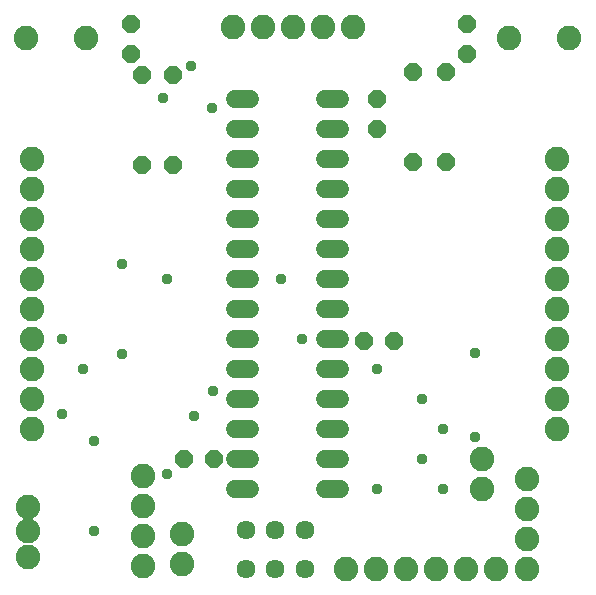
<source format=gbr>
G04 EAGLE Gerber RS-274X export*
G75*
%MOMM*%
%FSLAX34Y34*%
%LPD*%
%INSoldermask Top*%
%IPPOS*%
%AMOC8*
5,1,8,0,0,1.08239X$1,22.5*%
G01*
%ADD10P,1.649562X8X292.500000*%
%ADD11P,1.649562X8X22.500000*%
%ADD12P,1.649562X8X202.500000*%
%ADD13P,1.649562X8X112.500000*%
%ADD14C,1.524000*%
%ADD15C,2.082800*%
%ADD16C,1.611200*%
%ADD17C,0.959600*%


D10*
X317500Y419100D03*
X317500Y393700D03*
D11*
X306070Y214630D03*
X331470Y214630D03*
D12*
X179070Y114300D03*
X153670Y114300D03*
D10*
X393700Y482600D03*
X393700Y457200D03*
X109220Y482600D03*
X109220Y457200D03*
D13*
X347980Y365760D03*
X347980Y441960D03*
X144780Y363220D03*
X144780Y439420D03*
D10*
X375920Y441960D03*
X375920Y365760D03*
X118110Y439420D03*
X118110Y363220D03*
D14*
X196596Y419100D02*
X209804Y419100D01*
X209804Y393700D02*
X196596Y393700D01*
X196596Y368300D02*
X209804Y368300D01*
X209804Y342900D02*
X196596Y342900D01*
X196596Y317500D02*
X209804Y317500D01*
X209804Y292100D02*
X196596Y292100D01*
X196596Y266700D02*
X209804Y266700D01*
X209804Y241300D02*
X196596Y241300D01*
X196596Y215900D02*
X209804Y215900D01*
X209804Y190500D02*
X196596Y190500D01*
X196596Y165100D02*
X209804Y165100D01*
X209804Y139700D02*
X196596Y139700D01*
X196596Y114300D02*
X209804Y114300D01*
X209804Y88900D02*
X196596Y88900D01*
X272796Y88900D02*
X286004Y88900D01*
X286004Y114300D02*
X272796Y114300D01*
X272796Y139700D02*
X286004Y139700D01*
X286004Y165100D02*
X272796Y165100D01*
X272796Y190500D02*
X286004Y190500D01*
X286004Y215900D02*
X272796Y215900D01*
X272796Y241300D02*
X286004Y241300D01*
X286004Y266700D02*
X272796Y266700D01*
X272796Y292100D02*
X286004Y292100D01*
X286004Y317500D02*
X272796Y317500D01*
X272796Y342900D02*
X286004Y342900D01*
X286004Y368300D02*
X272796Y368300D01*
X272796Y393700D02*
X286004Y393700D01*
X286004Y419100D02*
X272796Y419100D01*
D15*
X406400Y114300D03*
X406400Y88900D03*
X469900Y368300D03*
X469900Y342900D03*
X469900Y317500D03*
X469900Y292100D03*
X469900Y266700D03*
X469900Y241300D03*
X469900Y215900D03*
X469900Y190500D03*
X469900Y165100D03*
X469900Y139700D03*
X25400Y241300D03*
X25400Y215900D03*
X25400Y190500D03*
X25400Y165100D03*
X25400Y139700D03*
X25400Y368300D03*
X25400Y342900D03*
X25400Y317500D03*
X25400Y292100D03*
X25400Y266700D03*
X21590Y73660D03*
X21590Y53340D03*
X21590Y31750D03*
X152400Y25400D03*
X152400Y50800D03*
D16*
X206140Y54600D03*
X231140Y54600D03*
X256140Y54600D03*
X256140Y21600D03*
X231140Y21600D03*
X206140Y21600D03*
D15*
X119380Y24130D03*
X119380Y49530D03*
X119380Y74930D03*
X119380Y100330D03*
X417830Y21590D03*
X392430Y21590D03*
X367030Y21590D03*
X341630Y21590D03*
X316230Y21590D03*
X290830Y21590D03*
X195580Y480060D03*
X220980Y480060D03*
X246380Y480060D03*
X271780Y480060D03*
X297180Y480060D03*
X444500Y21590D03*
X444500Y46990D03*
X444500Y72390D03*
X444500Y97790D03*
X429260Y471170D03*
X480060Y471170D03*
X71120Y471170D03*
X20320Y471170D03*
D17*
X77470Y53340D03*
X77470Y129540D03*
X68580Y190500D03*
X135890Y420370D03*
X162560Y151130D03*
X160020Y447040D03*
X178435Y172085D03*
X177800Y411480D03*
X373380Y139700D03*
X373380Y88900D03*
X355600Y165100D03*
X355600Y114300D03*
X236220Y266700D03*
X254000Y215900D03*
X400050Y133350D03*
X400050Y204470D03*
X139700Y101600D03*
X139700Y266700D03*
X101600Y279400D03*
X101600Y203200D03*
X317500Y88900D03*
X317500Y190500D03*
X50800Y215900D03*
X50800Y152400D03*
M02*

</source>
